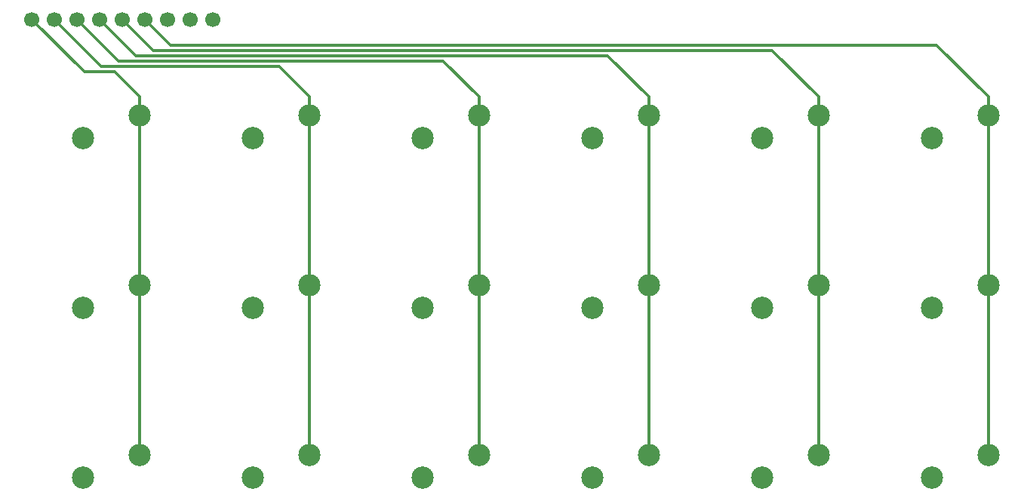
<source format=gbr>
%TF.GenerationSoftware,KiCad,Pcbnew,8.0.1*%
%TF.CreationDate,2025-04-02T15:04:39-04:00*%
%TF.ProjectId,ScottoPad,53636f74-746f-4506-9164-2e6b69636164,rev?*%
%TF.SameCoordinates,Original*%
%TF.FileFunction,Copper,L1,Top*%
%TF.FilePolarity,Positive*%
%FSLAX46Y46*%
G04 Gerber Fmt 4.6, Leading zero omitted, Abs format (unit mm)*
G04 Created by KiCad (PCBNEW 8.0.1) date 2025-04-02 15:04:39*
%MOMM*%
%LPD*%
G01*
G04 APERTURE LIST*
%TA.AperFunction,ComponentPad*%
%ADD10C,2.500000*%
%TD*%
%TA.AperFunction,ComponentPad*%
%ADD11C,1.700000*%
%TD*%
%TA.AperFunction,Conductor*%
%ADD12C,0.300000*%
%TD*%
G04 APERTURE END LIST*
D10*
%TO.P,S5,1,1*%
%TO.N,Net-(C4-Pad1)*%
X248919968Y-45720000D03*
%TO.P,S5,2,2*%
%TO.N,Net-(D5-A)*%
X242569968Y-48260000D03*
%TD*%
%TO.P,S11,1,1*%
%TO.N,Net-(C4-Pad1)*%
X248919968Y-64770000D03*
%TO.P,S11,2,2*%
%TO.N,Net-(D11-A)*%
X242569968Y-67310000D03*
%TD*%
%TO.P,S16,1,1*%
%TO.N,Net-(C3-Pad1)*%
X229869968Y-83820000D03*
%TO.P,S16,2,2*%
%TO.N,Net-(D16-A)*%
X223519968Y-86360000D03*
%TD*%
D11*
%TO.P,R1,1,1*%
%TO.N,Net-(D10-K)*%
X178434968Y-34925000D03*
%TD*%
D10*
%TO.P,S2,1,1*%
%TO.N,Net-(C1-Pad1)*%
X191769968Y-45720000D03*
%TO.P,S2,2,2*%
%TO.N,Net-(D2-A)*%
X185419968Y-48260000D03*
%TD*%
D11*
%TO.P,C5,1,1*%
%TO.N,Net-(C5-Pad1)*%
X173354968Y-34925000D03*
%TD*%
D10*
%TO.P,S4,1,1*%
%TO.N,Net-(C3-Pad1)*%
X229869968Y-45720000D03*
%TO.P,S4,2,2*%
%TO.N,Net-(D4-A)*%
X223519968Y-48260000D03*
%TD*%
%TO.P,S12,1,1*%
%TO.N,Net-(C5-Pad1)*%
X267969968Y-64770000D03*
%TO.P,S12,2,2*%
%TO.N,Net-(D12-A)*%
X261619968Y-67310000D03*
%TD*%
D11*
%TO.P,R0,1,1*%
%TO.N,Net-(D1-K)*%
X175894968Y-34925000D03*
%TD*%
D10*
%TO.P,S13,1,1*%
%TO.N,Net-(C0-Pad1)*%
X172719968Y-83820000D03*
%TO.P,S13,2,2*%
%TO.N,Net-(D13-A)*%
X166369968Y-86360000D03*
%TD*%
%TO.P,S6,1,1*%
%TO.N,Net-(C5-Pad1)*%
X267969968Y-45720000D03*
%TO.P,S6,2,2*%
%TO.N,Net-(D6-A)*%
X261619968Y-48260000D03*
%TD*%
%TO.P,S3,1,1*%
%TO.N,Net-(C2-Pad1)*%
X210819968Y-45720000D03*
%TO.P,S3,2,2*%
%TO.N,Net-(D3-A)*%
X204469968Y-48260000D03*
%TD*%
%TO.P,S1,1,1*%
%TO.N,Net-(C0-Pad1)*%
X172719968Y-45720000D03*
%TO.P,S1,2,2*%
%TO.N,Net-(D1-A)*%
X166369968Y-48260000D03*
%TD*%
D11*
%TO.P,C0,1,1*%
%TO.N,Net-(C0-Pad1)*%
X160654968Y-34925000D03*
%TD*%
%TO.P,C2,1,1*%
%TO.N,Net-(C2-Pad1)*%
X165734968Y-34925000D03*
%TD*%
D10*
%TO.P,S7,1,1*%
%TO.N,Net-(C0-Pad1)*%
X172719968Y-64770000D03*
%TO.P,S7,2,2*%
%TO.N,Net-(D7-A)*%
X166369968Y-67310000D03*
%TD*%
D11*
%TO.P,C1,1,1*%
%TO.N,Net-(C1-Pad1)*%
X163194968Y-34925000D03*
%TD*%
D10*
%TO.P,S15,1,1*%
%TO.N,Net-(C2-Pad1)*%
X210819968Y-83820000D03*
%TO.P,S15,2,2*%
%TO.N,Net-(D15-A)*%
X204469968Y-86360000D03*
%TD*%
%TO.P,S18,1,1*%
%TO.N,Net-(C5-Pad1)*%
X267969968Y-83820000D03*
%TO.P,S18,2,2*%
%TO.N,Net-(D18-A)*%
X261619968Y-86360000D03*
%TD*%
%TO.P,S10,1,1*%
%TO.N,Net-(C3-Pad1)*%
X229869968Y-64770000D03*
%TO.P,S10,2,2*%
%TO.N,Net-(D10-A)*%
X223519968Y-67310000D03*
%TD*%
D11*
%TO.P,C4,1,1*%
%TO.N,Net-(C4-Pad1)*%
X170814969Y-34925000D03*
%TD*%
D10*
%TO.P,S14,1,1*%
%TO.N,Net-(C1-Pad1)*%
X191769968Y-83820000D03*
%TO.P,S14,2,2*%
%TO.N,Net-(D14-A)*%
X185419968Y-86360000D03*
%TD*%
D11*
%TO.P,R2,1,1*%
%TO.N,Net-(D13-K)*%
X180974967Y-34925000D03*
%TD*%
D10*
%TO.P,S9,1,1*%
%TO.N,Net-(C2-Pad1)*%
X210819968Y-64770000D03*
%TO.P,S9,2,2*%
%TO.N,Net-(D9-A)*%
X204469968Y-67310000D03*
%TD*%
D11*
%TO.P,C3,1,1*%
%TO.N,Net-(C3-Pad1)*%
X168274967Y-34925000D03*
%TD*%
D10*
%TO.P,S17,1,1*%
%TO.N,Net-(C4-Pad1)*%
X248919968Y-83820000D03*
%TO.P,S17,2,2*%
%TO.N,Net-(D17-A)*%
X242569968Y-86360000D03*
%TD*%
%TO.P,S8,1,1*%
%TO.N,Net-(C1-Pad1)*%
X191769968Y-64770000D03*
%TO.P,S8,2,2*%
%TO.N,Net-(D8-A)*%
X185419968Y-67310000D03*
%TD*%
D12*
%TO.N,Net-(C0-Pad1)*%
X172719968Y-64770000D02*
X172714968Y-64765000D01*
X172714968Y-45725000D02*
X172714968Y-83815000D01*
X160654968Y-34925000D02*
X166509968Y-40780000D01*
X172719968Y-45720000D02*
X172714968Y-45725000D01*
X172719968Y-43595887D02*
X172719968Y-45720000D01*
X169904081Y-40780000D02*
X172719968Y-43595887D01*
X172714968Y-83815000D02*
X172719968Y-83820000D01*
X166509968Y-40780000D02*
X169904081Y-40780000D01*
%TO.N,Net-(C1-Pad1)*%
X168449968Y-40180000D02*
X188354081Y-40180000D01*
X191769968Y-43595887D02*
X191769968Y-45720000D01*
X191769968Y-83820000D02*
X191764968Y-83815000D01*
X191764968Y-83815000D02*
X191764968Y-45725000D01*
X191764968Y-45725000D02*
X191769968Y-45720000D01*
X188354081Y-40180000D02*
X191769968Y-43595887D01*
X163194968Y-34925000D02*
X168449968Y-40180000D01*
%TO.N,Net-(C2-Pad1)*%
X165734968Y-34925000D02*
X170389968Y-39580000D01*
X210819968Y-43595887D02*
X210819968Y-45720000D01*
X210814968Y-45725000D02*
X210819968Y-45720000D01*
X210814968Y-83815000D02*
X210814968Y-45725000D01*
X206804081Y-39580000D02*
X210819968Y-43595887D01*
X210819968Y-83820000D02*
X210814968Y-83815000D01*
X170389968Y-39580000D02*
X206804081Y-39580000D01*
%TO.N,Net-(C3-Pad1)*%
X168274967Y-34925000D02*
X172329967Y-38980000D01*
X225254081Y-38980000D02*
X229869968Y-43595887D01*
X229869968Y-83820000D02*
X229864968Y-83815000D01*
X172329967Y-38980000D02*
X225254081Y-38980000D01*
X229869968Y-43595887D02*
X229869968Y-45720000D01*
X229864968Y-45725000D02*
X229869968Y-45720000D01*
X229864968Y-83815000D02*
X229864968Y-45725000D01*
%TO.N,Net-(C4-Pad1)*%
X248914968Y-45725000D02*
X248919968Y-45720000D01*
X174269969Y-38380000D02*
X243704081Y-38380000D01*
X248914968Y-64775000D02*
X248919968Y-64770000D01*
X248914968Y-83815000D02*
X248914968Y-45725000D01*
X170814969Y-34925000D02*
X174269969Y-38380000D01*
X248919968Y-83820000D02*
X248914968Y-83815000D01*
X248919968Y-43595887D02*
X248919968Y-45720000D01*
X243704081Y-38380000D02*
X248919968Y-43595887D01*
%TO.N,Net-(C5-Pad1)*%
X173354968Y-34925000D02*
X176209968Y-37780000D01*
X262154081Y-37780000D02*
X267969968Y-43595887D01*
X267969968Y-43595887D02*
X267969968Y-45720000D01*
X267964968Y-64775000D02*
X267969968Y-64770000D01*
X267969968Y-83820000D02*
X267964968Y-83815000D01*
X267964968Y-83815000D02*
X267964968Y-45725000D01*
X176209968Y-37780000D02*
X262154081Y-37780000D01*
X267964968Y-45725000D02*
X267969968Y-45720000D01*
%TD*%
M02*

</source>
